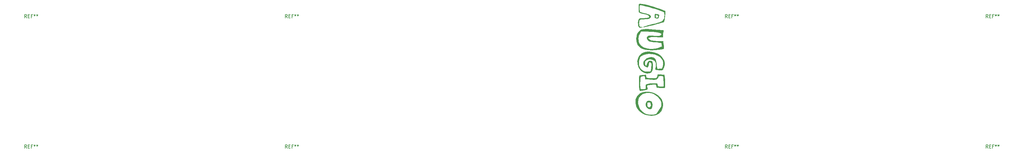
<source format=gbr>
G04 #@! TF.GenerationSoftware,KiCad,Pcbnew,(5.1.4)-1*
G04 #@! TF.CreationDate,2020-04-28T20:07:22-05:00*
G04 #@! TF.ProjectId,augio_switchplate,61756769-6f5f-4737-9769-746368706c61,rev?*
G04 #@! TF.SameCoordinates,Original*
G04 #@! TF.FileFunction,Legend,Top*
G04 #@! TF.FilePolarity,Positive*
%FSLAX46Y46*%
G04 Gerber Fmt 4.6, Leading zero omitted, Abs format (unit mm)*
G04 Created by KiCad (PCBNEW (5.1.4)-1) date 2020-04-28 20:07:22*
%MOMM*%
%LPD*%
G04 APERTURE LIST*
%ADD10C,0.010000*%
%ADD11C,0.150000*%
G04 APERTURE END LIST*
D10*
G36*
X203637523Y-112714954D02*
G01*
X203512840Y-113078204D01*
X203329347Y-113358903D01*
X203187495Y-113436449D01*
X202970178Y-113470238D01*
X202722021Y-113457839D01*
X202505439Y-113403775D01*
X202236772Y-113242672D01*
X202004116Y-112992361D01*
X201840641Y-112690599D01*
X201816940Y-112620001D01*
X201750634Y-112360974D01*
X201734233Y-112155821D01*
X201768030Y-111941510D01*
X201820963Y-111754726D01*
X201976539Y-111434238D01*
X202206318Y-111209702D01*
X202493296Y-111088694D01*
X202640968Y-111084224D01*
X202640968Y-111502670D01*
X202239477Y-111502670D01*
X202210744Y-111709045D01*
X202184803Y-112022747D01*
X202189273Y-112334654D01*
X202220940Y-112610650D01*
X202276590Y-112816620D01*
X202322459Y-112895005D01*
X202496336Y-112999830D01*
X202726478Y-113021060D01*
X202970907Y-112955588D01*
X202993430Y-112944703D01*
X203152891Y-112797546D01*
X203247717Y-112567080D01*
X203274639Y-112281186D01*
X203230385Y-111967746D01*
X203138375Y-111709045D01*
X203079492Y-111596705D01*
X203011166Y-111534955D01*
X202896957Y-111508675D01*
X202700423Y-111502745D01*
X202640968Y-111502670D01*
X202640968Y-111084224D01*
X202820467Y-111078790D01*
X203133005Y-111170145D01*
X203349305Y-111294857D01*
X203495147Y-111466095D01*
X203555523Y-111578486D01*
X203663822Y-111926075D01*
X203689503Y-112317904D01*
X203637523Y-112714954D01*
X203637523Y-112714954D01*
G37*
X203637523Y-112714954D02*
X203512840Y-113078204D01*
X203329347Y-113358903D01*
X203187495Y-113436449D01*
X202970178Y-113470238D01*
X202722021Y-113457839D01*
X202505439Y-113403775D01*
X202236772Y-113242672D01*
X202004116Y-112992361D01*
X201840641Y-112690599D01*
X201816940Y-112620001D01*
X201750634Y-112360974D01*
X201734233Y-112155821D01*
X201768030Y-111941510D01*
X201820963Y-111754726D01*
X201976539Y-111434238D01*
X202206318Y-111209702D01*
X202493296Y-111088694D01*
X202640968Y-111084224D01*
X202640968Y-111502670D01*
X202239477Y-111502670D01*
X202210744Y-111709045D01*
X202184803Y-112022747D01*
X202189273Y-112334654D01*
X202220940Y-112610650D01*
X202276590Y-112816620D01*
X202322459Y-112895005D01*
X202496336Y-112999830D01*
X202726478Y-113021060D01*
X202970907Y-112955588D01*
X202993430Y-112944703D01*
X203152891Y-112797546D01*
X203247717Y-112567080D01*
X203274639Y-112281186D01*
X203230385Y-111967746D01*
X203138375Y-111709045D01*
X203079492Y-111596705D01*
X203011166Y-111534955D01*
X202896957Y-111508675D01*
X202700423Y-111502745D01*
X202640968Y-111502670D01*
X202640968Y-111084224D01*
X202820467Y-111078790D01*
X203133005Y-111170145D01*
X203349305Y-111294857D01*
X203495147Y-111466095D01*
X203555523Y-111578486D01*
X203663822Y-111926075D01*
X203689503Y-112317904D01*
X203637523Y-112714954D01*
G36*
X205640954Y-86151566D02*
G01*
X205590209Y-86337777D01*
X205528244Y-86532935D01*
X205449458Y-86748256D01*
X205380669Y-86871500D01*
X205298188Y-86933041D01*
X205194869Y-86960382D01*
X205007125Y-86964349D01*
X204780330Y-86930768D01*
X204707930Y-86912045D01*
X204422180Y-86827686D01*
X204403895Y-86316203D01*
X204400561Y-86033209D01*
X204416948Y-85852699D01*
X204455962Y-85751277D01*
X204476799Y-85729040D01*
X204581748Y-85704783D01*
X204724461Y-85715144D01*
X204724461Y-85924983D01*
X204664071Y-85994509D01*
X204645600Y-86163639D01*
X204644430Y-86291706D01*
X204651190Y-86513054D01*
X204679609Y-86646453D01*
X204741897Y-86730600D01*
X204795381Y-86770148D01*
X204979454Y-86825514D01*
X205158574Y-86771836D01*
X205298344Y-86623611D01*
X205334957Y-86542747D01*
X205374230Y-86331689D01*
X205312687Y-86176186D01*
X205138870Y-86053836D01*
X205068965Y-86022651D01*
X204851261Y-85939538D01*
X204724461Y-85924983D01*
X204724461Y-85715144D01*
X204763664Y-85717991D01*
X204989184Y-85759837D01*
X205224942Y-85821496D01*
X205437575Y-85894144D01*
X205593719Y-85968954D01*
X205660008Y-86037101D01*
X205660430Y-86042134D01*
X205640954Y-86151566D01*
X205640954Y-86151566D01*
G37*
X205640954Y-86151566D02*
X205590209Y-86337777D01*
X205528244Y-86532935D01*
X205449458Y-86748256D01*
X205380669Y-86871500D01*
X205298188Y-86933041D01*
X205194869Y-86960382D01*
X205007125Y-86964349D01*
X204780330Y-86930768D01*
X204707930Y-86912045D01*
X204422180Y-86827686D01*
X204403895Y-86316203D01*
X204400561Y-86033209D01*
X204416948Y-85852699D01*
X204455962Y-85751277D01*
X204476799Y-85729040D01*
X204581748Y-85704783D01*
X204724461Y-85715144D01*
X204724461Y-85924983D01*
X204664071Y-85994509D01*
X204645600Y-86163639D01*
X204644430Y-86291706D01*
X204651190Y-86513054D01*
X204679609Y-86646453D01*
X204741897Y-86730600D01*
X204795381Y-86770148D01*
X204979454Y-86825514D01*
X205158574Y-86771836D01*
X205298344Y-86623611D01*
X205334957Y-86542747D01*
X205374230Y-86331689D01*
X205312687Y-86176186D01*
X205138870Y-86053836D01*
X205068965Y-86022651D01*
X204851261Y-85939538D01*
X204724461Y-85924983D01*
X204724461Y-85715144D01*
X204763664Y-85717991D01*
X204989184Y-85759837D01*
X205224942Y-85821496D01*
X205437575Y-85894144D01*
X205593719Y-85968954D01*
X205660008Y-86037101D01*
X205660430Y-86042134D01*
X205640954Y-86151566D01*
G36*
X207383479Y-106515431D02*
G01*
X207364621Y-106836349D01*
X207346565Y-106978295D01*
X207300267Y-107248170D01*
X206166597Y-107248170D01*
X205799587Y-107245039D01*
X205478092Y-107236348D01*
X205223055Y-107223144D01*
X205055424Y-107206476D01*
X204996716Y-107189581D01*
X204965089Y-107097722D01*
X204923452Y-106926145D01*
X204897546Y-106799004D01*
X204849213Y-106576422D01*
X204788364Y-106431481D01*
X204689347Y-106347562D01*
X204526508Y-106308046D01*
X204274197Y-106296313D01*
X204120646Y-106295670D01*
X203826072Y-106305736D01*
X203486261Y-106333087D01*
X203132038Y-106373452D01*
X202794225Y-106422561D01*
X202503646Y-106476142D01*
X202291126Y-106529924D01*
X202215555Y-106559641D01*
X202124078Y-106675878D01*
X202116267Y-106885965D01*
X202192118Y-107190694D01*
X202210687Y-107244545D01*
X202265796Y-107437431D01*
X202286377Y-107591302D01*
X202280247Y-107639344D01*
X202203231Y-107709510D01*
X202042880Y-107790488D01*
X201895246Y-107844528D01*
X201706555Y-107892532D01*
X201450405Y-107942424D01*
X201153750Y-107990767D01*
X200843542Y-108034128D01*
X200546733Y-108069070D01*
X200290275Y-108092159D01*
X200101121Y-108099959D01*
X200006223Y-108089034D01*
X200002006Y-108085830D01*
X199948112Y-107961343D01*
X199900103Y-107728759D01*
X199858934Y-107406881D01*
X199825559Y-107014518D01*
X199800935Y-106570474D01*
X199786016Y-106093555D01*
X199781757Y-105602568D01*
X199789113Y-105116318D01*
X199809041Y-104653612D01*
X199819607Y-104494635D01*
X199843317Y-104199375D01*
X199866757Y-103953743D01*
X199887209Y-103783520D01*
X199901848Y-103714585D01*
X199983981Y-103687027D01*
X200167028Y-103652924D01*
X200425298Y-103615788D01*
X200733104Y-103579134D01*
X201064757Y-103546475D01*
X201231305Y-103532756D01*
X201786930Y-103490269D01*
X201786930Y-103669927D01*
X201811633Y-103843661D01*
X201873114Y-104054236D01*
X201894975Y-104110812D01*
X202003020Y-104372040D01*
X202991076Y-104453974D01*
X203570247Y-104494963D01*
X204036451Y-104510307D01*
X204401558Y-104497691D01*
X204677438Y-104454801D01*
X204875963Y-104379323D01*
X205009004Y-104268941D01*
X205088431Y-104121340D01*
X205110131Y-104040792D01*
X205157242Y-103821706D01*
X205202927Y-103618627D01*
X205208008Y-103596920D01*
X205252934Y-103406420D01*
X206121178Y-103427738D01*
X206121178Y-103769801D01*
X205850205Y-103779925D01*
X205792114Y-103786775D01*
X205605391Y-103817802D01*
X205507286Y-103865270D01*
X205460384Y-103961237D01*
X205434857Y-104092841D01*
X205327253Y-104374542D01*
X205122503Y-104616803D01*
X204850191Y-104788462D01*
X204736701Y-104828270D01*
X204530565Y-104871378D01*
X204289447Y-104891743D01*
X203991748Y-104889046D01*
X203615867Y-104862966D01*
X203140205Y-104813186D01*
X203056930Y-104803420D01*
X202716964Y-104766229D01*
X202389240Y-104735870D01*
X202112545Y-104715618D01*
X201934860Y-104708721D01*
X201606539Y-104708170D01*
X201562529Y-104297215D01*
X201521340Y-104019848D01*
X201457183Y-103853566D01*
X201350524Y-103782501D01*
X201181829Y-103790784D01*
X201000137Y-103840375D01*
X200763163Y-103901818D01*
X200535009Y-103939984D01*
X200439874Y-103946170D01*
X200215230Y-103946170D01*
X200150091Y-104819295D01*
X200122822Y-105278703D01*
X200107206Y-105751160D01*
X200102838Y-106214200D01*
X200109316Y-106645357D01*
X200126238Y-107022167D01*
X200153201Y-107322163D01*
X200189801Y-107522881D01*
X200199075Y-107551401D01*
X200260392Y-107686756D01*
X200337790Y-107734268D01*
X200481556Y-107720725D01*
X200507828Y-107715860D01*
X200685290Y-107693932D01*
X200938411Y-107676524D01*
X201215857Y-107667056D01*
X201247180Y-107666628D01*
X201755180Y-107660920D01*
X201758342Y-107089420D01*
X201761120Y-106822049D01*
X201765842Y-106595832D01*
X201771669Y-106446311D01*
X201774217Y-106415162D01*
X201845148Y-106332656D01*
X202026228Y-106252528D01*
X202300608Y-106177577D01*
X202651437Y-106110603D01*
X203061865Y-106054403D01*
X203515043Y-106011777D01*
X203994120Y-105985523D01*
X204405240Y-105978170D01*
X205060056Y-105978170D01*
X205142264Y-106279795D01*
X205193879Y-106488206D01*
X205229119Y-106665599D01*
X205236077Y-106718717D01*
X205251578Y-106783804D01*
X205297478Y-106833078D01*
X205391728Y-106870720D01*
X205552280Y-106900912D01*
X205797089Y-106927833D01*
X206144105Y-106955664D01*
X206302577Y-106967070D01*
X206640004Y-106983611D01*
X206855560Y-106976609D01*
X206952196Y-106945950D01*
X206955189Y-106941982D01*
X206995559Y-106809980D01*
X207023854Y-106586576D01*
X207039161Y-106306877D01*
X207040572Y-106005988D01*
X207027174Y-105719018D01*
X206998058Y-105481071D01*
X206993672Y-105458494D01*
X206953422Y-105196092D01*
X206922235Y-104870702D01*
X206906014Y-104546297D01*
X206905209Y-104499471D01*
X206895380Y-104202410D01*
X206872131Y-104012151D01*
X206832285Y-103908910D01*
X206806467Y-103884539D01*
X206644286Y-103826442D01*
X206400864Y-103786752D01*
X206121178Y-103769801D01*
X206121178Y-103427738D01*
X206202807Y-103429743D01*
X206535548Y-103438880D01*
X206819826Y-103448525D01*
X207033114Y-103457767D01*
X207152882Y-103465698D01*
X207170571Y-103468800D01*
X207184395Y-103534086D01*
X207209491Y-103701474D01*
X207242504Y-103946911D01*
X207280079Y-104246345D01*
X207286900Y-104302727D01*
X207329494Y-104729011D01*
X207361100Y-105192625D01*
X207381067Y-105664368D01*
X207388744Y-106115037D01*
X207383479Y-106515431D01*
X207383479Y-106515431D01*
G37*
X207383479Y-106515431D02*
X207364621Y-106836349D01*
X207346565Y-106978295D01*
X207300267Y-107248170D01*
X206166597Y-107248170D01*
X205799587Y-107245039D01*
X205478092Y-107236348D01*
X205223055Y-107223144D01*
X205055424Y-107206476D01*
X204996716Y-107189581D01*
X204965089Y-107097722D01*
X204923452Y-106926145D01*
X204897546Y-106799004D01*
X204849213Y-106576422D01*
X204788364Y-106431481D01*
X204689347Y-106347562D01*
X204526508Y-106308046D01*
X204274197Y-106296313D01*
X204120646Y-106295670D01*
X203826072Y-106305736D01*
X203486261Y-106333087D01*
X203132038Y-106373452D01*
X202794225Y-106422561D01*
X202503646Y-106476142D01*
X202291126Y-106529924D01*
X202215555Y-106559641D01*
X202124078Y-106675878D01*
X202116267Y-106885965D01*
X202192118Y-107190694D01*
X202210687Y-107244545D01*
X202265796Y-107437431D01*
X202286377Y-107591302D01*
X202280247Y-107639344D01*
X202203231Y-107709510D01*
X202042880Y-107790488D01*
X201895246Y-107844528D01*
X201706555Y-107892532D01*
X201450405Y-107942424D01*
X201153750Y-107990767D01*
X200843542Y-108034128D01*
X200546733Y-108069070D01*
X200290275Y-108092159D01*
X200101121Y-108099959D01*
X200006223Y-108089034D01*
X200002006Y-108085830D01*
X199948112Y-107961343D01*
X199900103Y-107728759D01*
X199858934Y-107406881D01*
X199825559Y-107014518D01*
X199800935Y-106570474D01*
X199786016Y-106093555D01*
X199781757Y-105602568D01*
X199789113Y-105116318D01*
X199809041Y-104653612D01*
X199819607Y-104494635D01*
X199843317Y-104199375D01*
X199866757Y-103953743D01*
X199887209Y-103783520D01*
X199901848Y-103714585D01*
X199983981Y-103687027D01*
X200167028Y-103652924D01*
X200425298Y-103615788D01*
X200733104Y-103579134D01*
X201064757Y-103546475D01*
X201231305Y-103532756D01*
X201786930Y-103490269D01*
X201786930Y-103669927D01*
X201811633Y-103843661D01*
X201873114Y-104054236D01*
X201894975Y-104110812D01*
X202003020Y-104372040D01*
X202991076Y-104453974D01*
X203570247Y-104494963D01*
X204036451Y-104510307D01*
X204401558Y-104497691D01*
X204677438Y-104454801D01*
X204875963Y-104379323D01*
X205009004Y-104268941D01*
X205088431Y-104121340D01*
X205110131Y-104040792D01*
X205157242Y-103821706D01*
X205202927Y-103618627D01*
X205208008Y-103596920D01*
X205252934Y-103406420D01*
X206121178Y-103427738D01*
X206121178Y-103769801D01*
X205850205Y-103779925D01*
X205792114Y-103786775D01*
X205605391Y-103817802D01*
X205507286Y-103865270D01*
X205460384Y-103961237D01*
X205434857Y-104092841D01*
X205327253Y-104374542D01*
X205122503Y-104616803D01*
X204850191Y-104788462D01*
X204736701Y-104828270D01*
X204530565Y-104871378D01*
X204289447Y-104891743D01*
X203991748Y-104889046D01*
X203615867Y-104862966D01*
X203140205Y-104813186D01*
X203056930Y-104803420D01*
X202716964Y-104766229D01*
X202389240Y-104735870D01*
X202112545Y-104715618D01*
X201934860Y-104708721D01*
X201606539Y-104708170D01*
X201562529Y-104297215D01*
X201521340Y-104019848D01*
X201457183Y-103853566D01*
X201350524Y-103782501D01*
X201181829Y-103790784D01*
X201000137Y-103840375D01*
X200763163Y-103901818D01*
X200535009Y-103939984D01*
X200439874Y-103946170D01*
X200215230Y-103946170D01*
X200150091Y-104819295D01*
X200122822Y-105278703D01*
X200107206Y-105751160D01*
X200102838Y-106214200D01*
X200109316Y-106645357D01*
X200126238Y-107022167D01*
X200153201Y-107322163D01*
X200189801Y-107522881D01*
X200199075Y-107551401D01*
X200260392Y-107686756D01*
X200337790Y-107734268D01*
X200481556Y-107720725D01*
X200507828Y-107715860D01*
X200685290Y-107693932D01*
X200938411Y-107676524D01*
X201215857Y-107667056D01*
X201247180Y-107666628D01*
X201755180Y-107660920D01*
X201758342Y-107089420D01*
X201761120Y-106822049D01*
X201765842Y-106595832D01*
X201771669Y-106446311D01*
X201774217Y-106415162D01*
X201845148Y-106332656D01*
X202026228Y-106252528D01*
X202300608Y-106177577D01*
X202651437Y-106110603D01*
X203061865Y-106054403D01*
X203515043Y-106011777D01*
X203994120Y-105985523D01*
X204405240Y-105978170D01*
X205060056Y-105978170D01*
X205142264Y-106279795D01*
X205193879Y-106488206D01*
X205229119Y-106665599D01*
X205236077Y-106718717D01*
X205251578Y-106783804D01*
X205297478Y-106833078D01*
X205391728Y-106870720D01*
X205552280Y-106900912D01*
X205797089Y-106927833D01*
X206144105Y-106955664D01*
X206302577Y-106967070D01*
X206640004Y-106983611D01*
X206855560Y-106976609D01*
X206952196Y-106945950D01*
X206955189Y-106941982D01*
X206995559Y-106809980D01*
X207023854Y-106586576D01*
X207039161Y-106306877D01*
X207040572Y-106005988D01*
X207027174Y-105719018D01*
X206998058Y-105481071D01*
X206993672Y-105458494D01*
X206953422Y-105196092D01*
X206922235Y-104870702D01*
X206906014Y-104546297D01*
X206905209Y-104499471D01*
X206895380Y-104202410D01*
X206872131Y-104012151D01*
X206832285Y-103908910D01*
X206806467Y-103884539D01*
X206644286Y-103826442D01*
X206400864Y-103786752D01*
X206121178Y-103769801D01*
X206121178Y-103427738D01*
X206202807Y-103429743D01*
X206535548Y-103438880D01*
X206819826Y-103448525D01*
X207033114Y-103457767D01*
X207152882Y-103465698D01*
X207170571Y-103468800D01*
X207184395Y-103534086D01*
X207209491Y-103701474D01*
X207242504Y-103946911D01*
X207280079Y-104246345D01*
X207286900Y-104302727D01*
X207329494Y-104729011D01*
X207361100Y-105192625D01*
X207381067Y-105664368D01*
X207388744Y-106115037D01*
X207383479Y-106515431D01*
G36*
X207435133Y-85375973D02*
G01*
X207409314Y-85698219D01*
X207373874Y-86059735D01*
X207331045Y-86438929D01*
X207283060Y-86814211D01*
X207232151Y-87163987D01*
X207180551Y-87466666D01*
X207145340Y-87638410D01*
X207089866Y-87864683D01*
X207038985Y-87996805D01*
X206973229Y-88065329D01*
X206873127Y-88100803D01*
X206846906Y-88106700D01*
X206735507Y-88134188D01*
X206518839Y-88190618D01*
X206214125Y-88271395D01*
X205838586Y-88371922D01*
X205409444Y-88487603D01*
X204943924Y-88613840D01*
X204803180Y-88652148D01*
X204180296Y-88818896D01*
X203572806Y-88975976D01*
X202995147Y-89120049D01*
X202461754Y-89247773D01*
X201987062Y-89355807D01*
X201585507Y-89440811D01*
X201271524Y-89499443D01*
X201059548Y-89528363D01*
X201006285Y-89530862D01*
X200971608Y-89515087D01*
X201043870Y-89472097D01*
X201207132Y-89406776D01*
X201445458Y-89324012D01*
X201742909Y-89228691D01*
X202083549Y-89125699D01*
X202451440Y-89019921D01*
X202830643Y-88916245D01*
X203205223Y-88819555D01*
X203559241Y-88734739D01*
X203718022Y-88699500D01*
X204398541Y-88548003D01*
X204966896Y-88408792D01*
X205436705Y-88276618D01*
X205821590Y-88146231D01*
X206135168Y-88012383D01*
X206391060Y-87869825D01*
X206602884Y-87713308D01*
X206784261Y-87537583D01*
X206811356Y-87507345D01*
X207010623Y-87235747D01*
X207144087Y-86936277D01*
X207218305Y-86583197D01*
X207239834Y-86150771D01*
X207231087Y-85859789D01*
X207203866Y-85497168D01*
X207165479Y-85248850D01*
X207116873Y-85120726D01*
X207111532Y-85114796D01*
X207019315Y-85064150D01*
X206821000Y-84982517D01*
X206532254Y-84874989D01*
X206168747Y-84746659D01*
X205746147Y-84602617D01*
X205280121Y-84447957D01*
X204786340Y-84287771D01*
X204280471Y-84127150D01*
X203778183Y-83971188D01*
X203295145Y-83824976D01*
X202847024Y-83693606D01*
X202449490Y-83582171D01*
X202167930Y-83508153D01*
X201625164Y-83374758D01*
X201138978Y-83261733D01*
X200721367Y-83171476D01*
X200384327Y-83106385D01*
X200139853Y-83068857D01*
X199999939Y-83061292D01*
X199973071Y-83069362D01*
X199955198Y-83148162D01*
X199942054Y-83324727D01*
X199933754Y-83569906D01*
X199930412Y-83854548D01*
X199932142Y-84149502D01*
X199939058Y-84425616D01*
X199951273Y-84653740D01*
X199966340Y-84790712D01*
X200008227Y-84981877D01*
X200075439Y-85095149D01*
X200205503Y-85179046D01*
X200300548Y-85222807D01*
X200469989Y-85283405D01*
X200730277Y-85359329D01*
X201047643Y-85441413D01*
X201388319Y-85520489D01*
X201432019Y-85529954D01*
X201950711Y-85650600D01*
X202359117Y-85767996D01*
X202673596Y-85888434D01*
X202910503Y-86018205D01*
X203086195Y-86163600D01*
X203090180Y-86167734D01*
X203200220Y-86296702D01*
X203229882Y-86396751D01*
X203193772Y-86523264D01*
X203187789Y-86537854D01*
X203094757Y-86722532D01*
X202976137Y-86866216D01*
X202815249Y-86974785D01*
X202595416Y-87054118D01*
X202299956Y-87110097D01*
X201912191Y-87148600D01*
X201415441Y-87175507D01*
X201374180Y-87177188D01*
X200911444Y-87198436D01*
X200558958Y-87224233D01*
X200299978Y-87260536D01*
X200117764Y-87313298D01*
X199995572Y-87388475D01*
X199916661Y-87492022D01*
X199864286Y-87629895D01*
X199840699Y-87722633D01*
X199788282Y-88039108D01*
X199765143Y-88383121D01*
X199771198Y-88713030D01*
X199806363Y-88987193D01*
X199843473Y-89112660D01*
X199989328Y-89344148D01*
X200203344Y-89482492D01*
X200503241Y-89538461D01*
X200546935Y-89540183D01*
X200698223Y-89545559D01*
X200751700Y-89553605D01*
X200699398Y-89568002D01*
X200533348Y-89592430D01*
X200393360Y-89611117D01*
X200149785Y-89640663D01*
X199998497Y-89646910D01*
X199906189Y-89625412D01*
X199839556Y-89571723D01*
X199806571Y-89532793D01*
X199683000Y-89309362D01*
X199587269Y-88999464D01*
X199525403Y-88641744D01*
X199503424Y-88274846D01*
X199527356Y-87937416D01*
X199544117Y-87848920D01*
X199626319Y-87546150D01*
X199722385Y-87292674D01*
X199820282Y-87116571D01*
X199884944Y-87053557D01*
X199985211Y-87030068D01*
X200189352Y-87004514D01*
X200474311Y-86979004D01*
X200817033Y-86955647D01*
X201135585Y-86939106D01*
X201568689Y-86917482D01*
X201895625Y-86894932D01*
X202137211Y-86868838D01*
X202314267Y-86836580D01*
X202447615Y-86795538D01*
X202515542Y-86765489D01*
X202672634Y-86675557D01*
X202771450Y-86596016D01*
X202785043Y-86574581D01*
X202763603Y-86459359D01*
X202665884Y-86301589D01*
X202518235Y-86133530D01*
X202347008Y-85987442D01*
X202260723Y-85932684D01*
X202077480Y-85855099D01*
X201818170Y-85773863D01*
X201532334Y-85704076D01*
X201469430Y-85691496D01*
X200982365Y-85595176D01*
X200604532Y-85511777D01*
X200319399Y-85436527D01*
X200110439Y-85364653D01*
X199961119Y-85291381D01*
X199877335Y-85231808D01*
X199691430Y-85075380D01*
X199691430Y-84195150D01*
X199696329Y-83842194D01*
X199709719Y-83506074D01*
X199729643Y-83221726D01*
X199754146Y-83024082D01*
X199758171Y-83003720D01*
X199805962Y-82817618D01*
X199858061Y-82728789D01*
X199934739Y-82708514D01*
X199964546Y-82711367D01*
X200087360Y-82727024D01*
X200299901Y-82753247D01*
X200565790Y-82785566D01*
X200707430Y-82802623D01*
X201432962Y-82912009D01*
X202204913Y-83072882D01*
X203035412Y-83288669D01*
X203936592Y-83562799D01*
X204920582Y-83898700D01*
X205982899Y-84293411D01*
X206380123Y-84446483D01*
X206737541Y-84585008D01*
X207038157Y-84702335D01*
X207264979Y-84791814D01*
X207401010Y-84846792D01*
X207432538Y-84860778D01*
X207448978Y-84935661D01*
X207449099Y-85114590D01*
X207435133Y-85375973D01*
X207435133Y-85375973D01*
G37*
X207435133Y-85375973D02*
X207409314Y-85698219D01*
X207373874Y-86059735D01*
X207331045Y-86438929D01*
X207283060Y-86814211D01*
X207232151Y-87163987D01*
X207180551Y-87466666D01*
X207145340Y-87638410D01*
X207089866Y-87864683D01*
X207038985Y-87996805D01*
X206973229Y-88065329D01*
X206873127Y-88100803D01*
X206846906Y-88106700D01*
X206735507Y-88134188D01*
X206518839Y-88190618D01*
X206214125Y-88271395D01*
X205838586Y-88371922D01*
X205409444Y-88487603D01*
X204943924Y-88613840D01*
X204803180Y-88652148D01*
X204180296Y-88818896D01*
X203572806Y-88975976D01*
X202995147Y-89120049D01*
X202461754Y-89247773D01*
X201987062Y-89355807D01*
X201585507Y-89440811D01*
X201271524Y-89499443D01*
X201059548Y-89528363D01*
X201006285Y-89530862D01*
X200971608Y-89515087D01*
X201043870Y-89472097D01*
X201207132Y-89406776D01*
X201445458Y-89324012D01*
X201742909Y-89228691D01*
X202083549Y-89125699D01*
X202451440Y-89019921D01*
X202830643Y-88916245D01*
X203205223Y-88819555D01*
X203559241Y-88734739D01*
X203718022Y-88699500D01*
X204398541Y-88548003D01*
X204966896Y-88408792D01*
X205436705Y-88276618D01*
X205821590Y-88146231D01*
X206135168Y-88012383D01*
X206391060Y-87869825D01*
X206602884Y-87713308D01*
X206784261Y-87537583D01*
X206811356Y-87507345D01*
X207010623Y-87235747D01*
X207144087Y-86936277D01*
X207218305Y-86583197D01*
X207239834Y-86150771D01*
X207231087Y-85859789D01*
X207203866Y-85497168D01*
X207165479Y-85248850D01*
X207116873Y-85120726D01*
X207111532Y-85114796D01*
X207019315Y-85064150D01*
X206821000Y-84982517D01*
X206532254Y-84874989D01*
X206168747Y-84746659D01*
X205746147Y-84602617D01*
X205280121Y-84447957D01*
X204786340Y-84287771D01*
X204280471Y-84127150D01*
X203778183Y-83971188D01*
X203295145Y-83824976D01*
X202847024Y-83693606D01*
X202449490Y-83582171D01*
X202167930Y-83508153D01*
X201625164Y-83374758D01*
X201138978Y-83261733D01*
X200721367Y-83171476D01*
X200384327Y-83106385D01*
X200139853Y-83068857D01*
X199999939Y-83061292D01*
X199973071Y-83069362D01*
X199955198Y-83148162D01*
X199942054Y-83324727D01*
X199933754Y-83569906D01*
X199930412Y-83854548D01*
X199932142Y-84149502D01*
X199939058Y-84425616D01*
X199951273Y-84653740D01*
X199966340Y-84790712D01*
X200008227Y-84981877D01*
X200075439Y-85095149D01*
X200205503Y-85179046D01*
X200300548Y-85222807D01*
X200469989Y-85283405D01*
X200730277Y-85359329D01*
X201047643Y-85441413D01*
X201388319Y-85520489D01*
X201432019Y-85529954D01*
X201950711Y-85650600D01*
X202359117Y-85767996D01*
X202673596Y-85888434D01*
X202910503Y-86018205D01*
X203086195Y-86163600D01*
X203090180Y-86167734D01*
X203200220Y-86296702D01*
X203229882Y-86396751D01*
X203193772Y-86523264D01*
X203187789Y-86537854D01*
X203094757Y-86722532D01*
X202976137Y-86866216D01*
X202815249Y-86974785D01*
X202595416Y-87054118D01*
X202299956Y-87110097D01*
X201912191Y-87148600D01*
X201415441Y-87175507D01*
X201374180Y-87177188D01*
X200911444Y-87198436D01*
X200558958Y-87224233D01*
X200299978Y-87260536D01*
X200117764Y-87313298D01*
X199995572Y-87388475D01*
X199916661Y-87492022D01*
X199864286Y-87629895D01*
X199840699Y-87722633D01*
X199788282Y-88039108D01*
X199765143Y-88383121D01*
X199771198Y-88713030D01*
X199806363Y-88987193D01*
X199843473Y-89112660D01*
X199989328Y-89344148D01*
X200203344Y-89482492D01*
X200503241Y-89538461D01*
X200546935Y-89540183D01*
X200698223Y-89545559D01*
X200751700Y-89553605D01*
X200699398Y-89568002D01*
X200533348Y-89592430D01*
X200393360Y-89611117D01*
X200149785Y-89640663D01*
X199998497Y-89646910D01*
X199906189Y-89625412D01*
X199839556Y-89571723D01*
X199806571Y-89532793D01*
X199683000Y-89309362D01*
X199587269Y-88999464D01*
X199525403Y-88641744D01*
X199503424Y-88274846D01*
X199527356Y-87937416D01*
X199544117Y-87848920D01*
X199626319Y-87546150D01*
X199722385Y-87292674D01*
X199820282Y-87116571D01*
X199884944Y-87053557D01*
X199985211Y-87030068D01*
X200189352Y-87004514D01*
X200474311Y-86979004D01*
X200817033Y-86955647D01*
X201135585Y-86939106D01*
X201568689Y-86917482D01*
X201895625Y-86894932D01*
X202137211Y-86868838D01*
X202314267Y-86836580D01*
X202447615Y-86795538D01*
X202515542Y-86765489D01*
X202672634Y-86675557D01*
X202771450Y-86596016D01*
X202785043Y-86574581D01*
X202763603Y-86459359D01*
X202665884Y-86301589D01*
X202518235Y-86133530D01*
X202347008Y-85987442D01*
X202260723Y-85932684D01*
X202077480Y-85855099D01*
X201818170Y-85773863D01*
X201532334Y-85704076D01*
X201469430Y-85691496D01*
X200982365Y-85595176D01*
X200604532Y-85511777D01*
X200319399Y-85436527D01*
X200110439Y-85364653D01*
X199961119Y-85291381D01*
X199877335Y-85231808D01*
X199691430Y-85075380D01*
X199691430Y-84195150D01*
X199696329Y-83842194D01*
X199709719Y-83506074D01*
X199729643Y-83221726D01*
X199754146Y-83024082D01*
X199758171Y-83003720D01*
X199805962Y-82817618D01*
X199858061Y-82728789D01*
X199934739Y-82708514D01*
X199964546Y-82711367D01*
X200087360Y-82727024D01*
X200299901Y-82753247D01*
X200565790Y-82785566D01*
X200707430Y-82802623D01*
X201432962Y-82912009D01*
X202204913Y-83072882D01*
X203035412Y-83288669D01*
X203936592Y-83562799D01*
X204920582Y-83898700D01*
X205982899Y-84293411D01*
X206380123Y-84446483D01*
X206737541Y-84585008D01*
X207038157Y-84702335D01*
X207264979Y-84791814D01*
X207401010Y-84846792D01*
X207432538Y-84860778D01*
X207448978Y-84935661D01*
X207449099Y-85114590D01*
X207435133Y-85375973D01*
G36*
X207249810Y-100627996D02*
G01*
X207098929Y-101197040D01*
X206955354Y-101521725D01*
X206825821Y-101777945D01*
X206725036Y-101956194D01*
X206627260Y-102068794D01*
X206506754Y-102128066D01*
X206337780Y-102146332D01*
X206094600Y-102135913D01*
X205751475Y-102109129D01*
X205731499Y-102107602D01*
X205261114Y-102060330D01*
X204903920Y-101999218D01*
X204663484Y-101925282D01*
X204543370Y-101839535D01*
X204534785Y-101767002D01*
X204655518Y-101415407D01*
X204728400Y-101129911D01*
X204761934Y-100862799D01*
X204764621Y-100566358D01*
X204761916Y-100492430D01*
X204743504Y-100207798D01*
X204709273Y-100004264D01*
X204647487Y-99835989D01*
X204549180Y-99661577D01*
X204293225Y-99361818D01*
X203960553Y-99136385D01*
X203574930Y-98986684D01*
X203160122Y-98914119D01*
X202739896Y-98920096D01*
X202338018Y-99006018D01*
X201978255Y-99173293D01*
X201684372Y-99423323D01*
X201631293Y-99489077D01*
X201522532Y-99722967D01*
X201476955Y-100020387D01*
X201496243Y-100333751D01*
X201582077Y-100615475D01*
X201590876Y-100633283D01*
X201678649Y-100789611D01*
X201747517Y-100884728D01*
X201767346Y-100898170D01*
X201881230Y-100837141D01*
X202005659Y-100661530D01*
X202133719Y-100382546D01*
X202201541Y-100194083D01*
X202339375Y-99839640D01*
X202487365Y-99597212D01*
X202662252Y-99451987D01*
X202880779Y-99389150D01*
X203111138Y-99389268D01*
X203331656Y-99420813D01*
X203483256Y-99488380D01*
X203591217Y-99616900D01*
X203680819Y-99831303D01*
X203733941Y-100003470D01*
X203793560Y-100327121D01*
X203816733Y-100730287D01*
X203805564Y-101171476D01*
X203762158Y-101609194D01*
X203688621Y-102001948D01*
X203621192Y-102225635D01*
X203500797Y-102499671D01*
X203360673Y-102690234D01*
X203169775Y-102823473D01*
X202897058Y-102925536D01*
X202739541Y-102968217D01*
X202202461Y-103042553D01*
X201678876Y-102997334D01*
X201180238Y-102839989D01*
X200718000Y-102577944D01*
X200303615Y-102218630D01*
X199948536Y-101769474D01*
X199664215Y-101237904D01*
X199534555Y-100889452D01*
X199424846Y-100453506D01*
X199358129Y-99993310D01*
X199338807Y-99554881D01*
X199371282Y-99184237D01*
X199371388Y-99183670D01*
X199542290Y-98576861D01*
X199811039Y-98048292D01*
X200172591Y-97601756D01*
X200621901Y-97241045D01*
X201153926Y-96969952D01*
X201763620Y-96792269D01*
X202445939Y-96711791D01*
X202665070Y-96707170D01*
X202739305Y-96712465D01*
X202739305Y-97330593D01*
X202024318Y-97394634D01*
X201361057Y-97542045D01*
X200771461Y-97768969D01*
X200594283Y-97862071D01*
X200381900Y-98000450D01*
X200231050Y-98154935D01*
X200097286Y-98373494D01*
X200068479Y-98429496D01*
X199829098Y-99038814D01*
X199710740Y-99671462D01*
X199715589Y-100312407D01*
X199755416Y-100583232D01*
X199913400Y-101114752D01*
X200168664Y-101589473D01*
X200508498Y-101990321D01*
X200920193Y-102300229D01*
X201105302Y-102396351D01*
X201315783Y-102485198D01*
X201501447Y-102539500D01*
X201707270Y-102567422D01*
X201978229Y-102577129D01*
X202104430Y-102577740D01*
X202402787Y-102569669D01*
X202683736Y-102547893D01*
X202901826Y-102516440D01*
X202962498Y-102501690D01*
X203217316Y-102425383D01*
X203327695Y-101709401D01*
X203391180Y-101231242D01*
X203426615Y-100811723D01*
X203433700Y-100466892D01*
X203412133Y-100212798D01*
X203361615Y-100065491D01*
X203358555Y-100061505D01*
X203251122Y-99964580D01*
X203091997Y-99856868D01*
X203068091Y-99842994D01*
X202927290Y-99769447D01*
X202849695Y-99760545D01*
X202789859Y-99815172D01*
X202774429Y-99835790D01*
X202725590Y-99947747D01*
X202667250Y-100148348D01*
X202609633Y-100400778D01*
X202591576Y-100494300D01*
X202515868Y-100846040D01*
X202429476Y-101080765D01*
X202315704Y-101208316D01*
X202157858Y-101238537D01*
X201939241Y-101181268D01*
X201649629Y-101049590D01*
X201338854Y-100836390D01*
X201134256Y-100567350D01*
X201042137Y-100256083D01*
X201068797Y-99916202D01*
X201090417Y-99841418D01*
X201290166Y-99422320D01*
X201586382Y-99057646D01*
X201957867Y-98757076D01*
X202383426Y-98530290D01*
X202841861Y-98386970D01*
X203311976Y-98336796D01*
X203772574Y-98389447D01*
X204060513Y-98484990D01*
X204247400Y-98585569D01*
X204402174Y-98719480D01*
X204530195Y-98900820D01*
X204636819Y-99143691D01*
X204727407Y-99462191D01*
X204807315Y-99870421D01*
X204881902Y-100382481D01*
X204929316Y-100771170D01*
X204977400Y-101157559D01*
X205024967Y-101434017D01*
X205082057Y-101617174D01*
X205158707Y-101723658D01*
X205264954Y-101770100D01*
X205410836Y-101773129D01*
X205526418Y-101760390D01*
X205765782Y-101738017D01*
X206039515Y-101725008D01*
X206138791Y-101723670D01*
X206472425Y-101723670D01*
X206650478Y-101295045D01*
X206734601Y-101076232D01*
X206787808Y-100882215D01*
X206817130Y-100670543D01*
X206829594Y-100398764D01*
X206831855Y-100199670D01*
X206830312Y-99887709D01*
X206817685Y-99664863D01*
X206787505Y-99493326D01*
X206733299Y-99335298D01*
X206654865Y-99165709D01*
X206368380Y-98721149D01*
X205975607Y-98323443D01*
X205491308Y-97981027D01*
X204930245Y-97702337D01*
X204307179Y-97495807D01*
X203636871Y-97369874D01*
X203484078Y-97353781D01*
X202739305Y-97330593D01*
X202739305Y-96712465D01*
X203471862Y-96764720D01*
X204243953Y-96933624D01*
X204968751Y-97208262D01*
X205633665Y-97583013D01*
X206226103Y-98052256D01*
X206625377Y-98474921D01*
X206963455Y-98974193D01*
X207180961Y-99506307D01*
X207276783Y-100060997D01*
X207249810Y-100627996D01*
X207249810Y-100627996D01*
G37*
X207249810Y-100627996D02*
X207098929Y-101197040D01*
X206955354Y-101521725D01*
X206825821Y-101777945D01*
X206725036Y-101956194D01*
X206627260Y-102068794D01*
X206506754Y-102128066D01*
X206337780Y-102146332D01*
X206094600Y-102135913D01*
X205751475Y-102109129D01*
X205731499Y-102107602D01*
X205261114Y-102060330D01*
X204903920Y-101999218D01*
X204663484Y-101925282D01*
X204543370Y-101839535D01*
X204534785Y-101767002D01*
X204655518Y-101415407D01*
X204728400Y-101129911D01*
X204761934Y-100862799D01*
X204764621Y-100566358D01*
X204761916Y-100492430D01*
X204743504Y-100207798D01*
X204709273Y-100004264D01*
X204647487Y-99835989D01*
X204549180Y-99661577D01*
X204293225Y-99361818D01*
X203960553Y-99136385D01*
X203574930Y-98986684D01*
X203160122Y-98914119D01*
X202739896Y-98920096D01*
X202338018Y-99006018D01*
X201978255Y-99173293D01*
X201684372Y-99423323D01*
X201631293Y-99489077D01*
X201522532Y-99722967D01*
X201476955Y-100020387D01*
X201496243Y-100333751D01*
X201582077Y-100615475D01*
X201590876Y-100633283D01*
X201678649Y-100789611D01*
X201747517Y-100884728D01*
X201767346Y-100898170D01*
X201881230Y-100837141D01*
X202005659Y-100661530D01*
X202133719Y-100382546D01*
X202201541Y-100194083D01*
X202339375Y-99839640D01*
X202487365Y-99597212D01*
X202662252Y-99451987D01*
X202880779Y-99389150D01*
X203111138Y-99389268D01*
X203331656Y-99420813D01*
X203483256Y-99488380D01*
X203591217Y-99616900D01*
X203680819Y-99831303D01*
X203733941Y-100003470D01*
X203793560Y-100327121D01*
X203816733Y-100730287D01*
X203805564Y-101171476D01*
X203762158Y-101609194D01*
X203688621Y-102001948D01*
X203621192Y-102225635D01*
X203500797Y-102499671D01*
X203360673Y-102690234D01*
X203169775Y-102823473D01*
X202897058Y-102925536D01*
X202739541Y-102968217D01*
X202202461Y-103042553D01*
X201678876Y-102997334D01*
X201180238Y-102839989D01*
X200718000Y-102577944D01*
X200303615Y-102218630D01*
X199948536Y-101769474D01*
X199664215Y-101237904D01*
X199534555Y-100889452D01*
X199424846Y-100453506D01*
X199358129Y-99993310D01*
X199338807Y-99554881D01*
X199371282Y-99184237D01*
X199371388Y-99183670D01*
X199542290Y-98576861D01*
X199811039Y-98048292D01*
X200172591Y-97601756D01*
X200621901Y-97241045D01*
X201153926Y-96969952D01*
X201763620Y-96792269D01*
X202445939Y-96711791D01*
X202665070Y-96707170D01*
X202739305Y-96712465D01*
X202739305Y-97330593D01*
X202024318Y-97394634D01*
X201361057Y-97542045D01*
X200771461Y-97768969D01*
X200594283Y-97862071D01*
X200381900Y-98000450D01*
X200231050Y-98154935D01*
X200097286Y-98373494D01*
X200068479Y-98429496D01*
X199829098Y-99038814D01*
X199710740Y-99671462D01*
X199715589Y-100312407D01*
X199755416Y-100583232D01*
X199913400Y-101114752D01*
X200168664Y-101589473D01*
X200508498Y-101990321D01*
X200920193Y-102300229D01*
X201105302Y-102396351D01*
X201315783Y-102485198D01*
X201501447Y-102539500D01*
X201707270Y-102567422D01*
X201978229Y-102577129D01*
X202104430Y-102577740D01*
X202402787Y-102569669D01*
X202683736Y-102547893D01*
X202901826Y-102516440D01*
X202962498Y-102501690D01*
X203217316Y-102425383D01*
X203327695Y-101709401D01*
X203391180Y-101231242D01*
X203426615Y-100811723D01*
X203433700Y-100466892D01*
X203412133Y-100212798D01*
X203361615Y-100065491D01*
X203358555Y-100061505D01*
X203251122Y-99964580D01*
X203091997Y-99856868D01*
X203068091Y-99842994D01*
X202927290Y-99769447D01*
X202849695Y-99760545D01*
X202789859Y-99815172D01*
X202774429Y-99835790D01*
X202725590Y-99947747D01*
X202667250Y-100148348D01*
X202609633Y-100400778D01*
X202591576Y-100494300D01*
X202515868Y-100846040D01*
X202429476Y-101080765D01*
X202315704Y-101208316D01*
X202157858Y-101238537D01*
X201939241Y-101181268D01*
X201649629Y-101049590D01*
X201338854Y-100836390D01*
X201134256Y-100567350D01*
X201042137Y-100256083D01*
X201068797Y-99916202D01*
X201090417Y-99841418D01*
X201290166Y-99422320D01*
X201586382Y-99057646D01*
X201957867Y-98757076D01*
X202383426Y-98530290D01*
X202841861Y-98386970D01*
X203311976Y-98336796D01*
X203772574Y-98389447D01*
X204060513Y-98484990D01*
X204247400Y-98585569D01*
X204402174Y-98719480D01*
X204530195Y-98900820D01*
X204636819Y-99143691D01*
X204727407Y-99462191D01*
X204807315Y-99870421D01*
X204881902Y-100382481D01*
X204929316Y-100771170D01*
X204977400Y-101157559D01*
X205024967Y-101434017D01*
X205082057Y-101617174D01*
X205158707Y-101723658D01*
X205264954Y-101770100D01*
X205410836Y-101773129D01*
X205526418Y-101760390D01*
X205765782Y-101738017D01*
X206039515Y-101725008D01*
X206138791Y-101723670D01*
X206472425Y-101723670D01*
X206650478Y-101295045D01*
X206734601Y-101076232D01*
X206787808Y-100882215D01*
X206817130Y-100670543D01*
X206829594Y-100398764D01*
X206831855Y-100199670D01*
X206830312Y-99887709D01*
X206817685Y-99664863D01*
X206787505Y-99493326D01*
X206733299Y-99335298D01*
X206654865Y-99165709D01*
X206368380Y-98721149D01*
X205975607Y-98323443D01*
X205491308Y-97981027D01*
X204930245Y-97702337D01*
X204307179Y-97495807D01*
X203636871Y-97369874D01*
X203484078Y-97353781D01*
X202739305Y-97330593D01*
X202739305Y-96712465D01*
X203471862Y-96764720D01*
X204243953Y-96933624D01*
X204968751Y-97208262D01*
X205633665Y-97583013D01*
X206226103Y-98052256D01*
X206625377Y-98474921D01*
X206963455Y-98974193D01*
X207180961Y-99506307D01*
X207276783Y-100060997D01*
X207249810Y-100627996D01*
G36*
X207019952Y-95604478D02*
G01*
X206985118Y-95773848D01*
X206921483Y-95858458D01*
X206791694Y-95900259D01*
X206749693Y-95908028D01*
X205539787Y-96094917D01*
X204434188Y-96209605D01*
X203432725Y-96252097D01*
X202535229Y-96222397D01*
X201741528Y-96120509D01*
X201373980Y-96040073D01*
X200787568Y-95840963D01*
X200265935Y-95563226D01*
X199824489Y-95218209D01*
X199478635Y-94817257D01*
X199304961Y-94516420D01*
X199127456Y-94019702D01*
X199025744Y-93468807D01*
X199007491Y-92916737D01*
X199034068Y-92643170D01*
X199097756Y-92243721D01*
X199160745Y-91937064D01*
X199236822Y-91689820D01*
X199339772Y-91468610D01*
X199483383Y-91240053D01*
X199681439Y-90970772D01*
X199774882Y-90849483D01*
X199944233Y-90636541D01*
X200088988Y-90480612D01*
X200234598Y-90370141D01*
X200340583Y-90322938D01*
X200340583Y-90801670D01*
X200087396Y-91293795D01*
X199850915Y-91803082D01*
X199679733Y-92278584D01*
X199604335Y-92579670D01*
X199583530Y-92801637D01*
X199585125Y-93094312D01*
X199605690Y-93414826D01*
X199641793Y-93720311D01*
X199690004Y-93967900D01*
X199723778Y-94071920D01*
X199982674Y-94526310D01*
X200343806Y-94934970D01*
X200642488Y-95177012D01*
X201179897Y-95497038D01*
X201758304Y-95726913D01*
X202394383Y-95870803D01*
X203104805Y-95932876D01*
X203655011Y-95929886D01*
X204353504Y-95877162D01*
X204970157Y-95769654D01*
X205541389Y-95598877D01*
X206091671Y-95362230D01*
X206337196Y-95240024D01*
X206485333Y-95157393D01*
X206553007Y-95098582D01*
X206557143Y-95047834D01*
X206514667Y-94989394D01*
X206504421Y-94977994D01*
X206424622Y-94828449D01*
X206402219Y-94602492D01*
X206403782Y-94548034D01*
X206404565Y-94359981D01*
X206374083Y-94256662D01*
X206294649Y-94196538D01*
X206245032Y-94175209D01*
X206026551Y-94102732D01*
X205757134Y-94042589D01*
X205416645Y-93991633D01*
X204984945Y-93946715D01*
X204573535Y-93913961D01*
X204041698Y-93871116D01*
X203616775Y-93825599D01*
X203278685Y-93773656D01*
X203007347Y-93711533D01*
X202782679Y-93635477D01*
X202585973Y-93542479D01*
X202314314Y-93340636D01*
X202142949Y-93095896D01*
X202076292Y-92829209D01*
X202118757Y-92561524D01*
X202274757Y-92313789D01*
X202317949Y-92270373D01*
X202472310Y-92160238D01*
X202673941Y-92084187D01*
X202938333Y-92040762D01*
X203280981Y-92028502D01*
X203717377Y-92045948D01*
X204239476Y-92089344D01*
X204758556Y-92133353D01*
X205170925Y-92152344D01*
X205494606Y-92145168D01*
X205747626Y-92110676D01*
X205948010Y-92047719D01*
X206089758Y-91971397D01*
X206220652Y-91845651D01*
X206321222Y-91679847D01*
X206372086Y-91516731D01*
X206353866Y-91399048D01*
X206350945Y-91395305D01*
X206263834Y-91345436D01*
X206087568Y-91279068D01*
X205856607Y-91208821D01*
X205800726Y-91193797D01*
X205200563Y-91057694D01*
X204547803Y-90952211D01*
X203826163Y-90875798D01*
X203019365Y-90826904D01*
X202111127Y-90803981D01*
X201682882Y-90801723D01*
X200340583Y-90801670D01*
X200340583Y-90322938D01*
X200406517Y-90293572D01*
X200630197Y-90239350D01*
X200931090Y-90195919D01*
X201304934Y-90154833D01*
X201558625Y-90132861D01*
X201823547Y-90120440D01*
X202114846Y-90118298D01*
X202447668Y-90127162D01*
X202837161Y-90147760D01*
X203298472Y-90180822D01*
X203846746Y-90227075D01*
X204497131Y-90287248D01*
X204930180Y-90329113D01*
X205319877Y-90362995D01*
X205706424Y-90389154D01*
X206053845Y-90405656D01*
X206326164Y-90410565D01*
X206409484Y-90408704D01*
X206648836Y-90401070D01*
X206790734Y-90408653D01*
X206864494Y-90439024D01*
X206899433Y-90499754D01*
X206910044Y-90537978D01*
X206914935Y-90671499D01*
X206893093Y-90884420D01*
X206849188Y-91133084D01*
X206843616Y-91158908D01*
X206789805Y-91463143D01*
X206752322Y-91788441D01*
X206739931Y-92036670D01*
X206739930Y-92442561D01*
X206330612Y-92486395D01*
X206077977Y-92497145D01*
X205723173Y-92488549D01*
X205289390Y-92461607D01*
X204852161Y-92422653D01*
X204420252Y-92381816D01*
X204088321Y-92357623D01*
X203830517Y-92349484D01*
X203620994Y-92356807D01*
X203433902Y-92379002D01*
X203375807Y-92388920D01*
X203118740Y-92450399D01*
X202850373Y-92538150D01*
X202612947Y-92636254D01*
X202448704Y-92728794D01*
X202426972Y-92746475D01*
X202442875Y-92807387D01*
X202536402Y-92915923D01*
X202680950Y-93047143D01*
X202849914Y-93176106D01*
X202961680Y-93247753D01*
X203178012Y-93359632D01*
X203412485Y-93448597D01*
X203683525Y-93517670D01*
X204009554Y-93569870D01*
X204408997Y-93608218D01*
X204900276Y-93635735D01*
X205438180Y-93653790D01*
X206835180Y-93690920D01*
X206876634Y-94135420D01*
X206910204Y-94436321D01*
X206954169Y-94754960D01*
X206988144Y-94960920D01*
X207020764Y-95219525D01*
X207029242Y-95474118D01*
X207019952Y-95604478D01*
X207019952Y-95604478D01*
G37*
X207019952Y-95604478D02*
X206985118Y-95773848D01*
X206921483Y-95858458D01*
X206791694Y-95900259D01*
X206749693Y-95908028D01*
X205539787Y-96094917D01*
X204434188Y-96209605D01*
X203432725Y-96252097D01*
X202535229Y-96222397D01*
X201741528Y-96120509D01*
X201373980Y-96040073D01*
X200787568Y-95840963D01*
X200265935Y-95563226D01*
X199824489Y-95218209D01*
X199478635Y-94817257D01*
X199304961Y-94516420D01*
X199127456Y-94019702D01*
X199025744Y-93468807D01*
X199007491Y-92916737D01*
X199034068Y-92643170D01*
X199097756Y-92243721D01*
X199160745Y-91937064D01*
X199236822Y-91689820D01*
X199339772Y-91468610D01*
X199483383Y-91240053D01*
X199681439Y-90970772D01*
X199774882Y-90849483D01*
X199944233Y-90636541D01*
X200088988Y-90480612D01*
X200234598Y-90370141D01*
X200340583Y-90322938D01*
X200340583Y-90801670D01*
X200087396Y-91293795D01*
X199850915Y-91803082D01*
X199679733Y-92278584D01*
X199604335Y-92579670D01*
X199583530Y-92801637D01*
X199585125Y-93094312D01*
X199605690Y-93414826D01*
X199641793Y-93720311D01*
X199690004Y-93967900D01*
X199723778Y-94071920D01*
X199982674Y-94526310D01*
X200343806Y-94934970D01*
X200642488Y-95177012D01*
X201179897Y-95497038D01*
X201758304Y-95726913D01*
X202394383Y-95870803D01*
X203104805Y-95932876D01*
X203655011Y-95929886D01*
X204353504Y-95877162D01*
X204970157Y-95769654D01*
X205541389Y-95598877D01*
X206091671Y-95362230D01*
X206337196Y-95240024D01*
X206485333Y-95157393D01*
X206553007Y-95098582D01*
X206557143Y-95047834D01*
X206514667Y-94989394D01*
X206504421Y-94977994D01*
X206424622Y-94828449D01*
X206402219Y-94602492D01*
X206403782Y-94548034D01*
X206404565Y-94359981D01*
X206374083Y-94256662D01*
X206294649Y-94196538D01*
X206245032Y-94175209D01*
X206026551Y-94102732D01*
X205757134Y-94042589D01*
X205416645Y-93991633D01*
X204984945Y-93946715D01*
X204573535Y-93913961D01*
X204041698Y-93871116D01*
X203616775Y-93825599D01*
X203278685Y-93773656D01*
X203007347Y-93711533D01*
X202782679Y-93635477D01*
X202585973Y-93542479D01*
X202314314Y-93340636D01*
X202142949Y-93095896D01*
X202076292Y-92829209D01*
X202118757Y-92561524D01*
X202274757Y-92313789D01*
X202317949Y-92270373D01*
X202472310Y-92160238D01*
X202673941Y-92084187D01*
X202938333Y-92040762D01*
X203280981Y-92028502D01*
X203717377Y-92045948D01*
X204239476Y-92089344D01*
X204758556Y-92133353D01*
X205170925Y-92152344D01*
X205494606Y-92145168D01*
X205747626Y-92110676D01*
X205948010Y-92047719D01*
X206089758Y-91971397D01*
X206220652Y-91845651D01*
X206321222Y-91679847D01*
X206372086Y-91516731D01*
X206353866Y-91399048D01*
X206350945Y-91395305D01*
X206263834Y-91345436D01*
X206087568Y-91279068D01*
X205856607Y-91208821D01*
X205800726Y-91193797D01*
X205200563Y-91057694D01*
X204547803Y-90952211D01*
X203826163Y-90875798D01*
X203019365Y-90826904D01*
X202111127Y-90803981D01*
X201682882Y-90801723D01*
X200340583Y-90801670D01*
X200340583Y-90322938D01*
X200406517Y-90293572D01*
X200630197Y-90239350D01*
X200931090Y-90195919D01*
X201304934Y-90154833D01*
X201558625Y-90132861D01*
X201823547Y-90120440D01*
X202114846Y-90118298D01*
X202447668Y-90127162D01*
X202837161Y-90147760D01*
X203298472Y-90180822D01*
X203846746Y-90227075D01*
X204497131Y-90287248D01*
X204930180Y-90329113D01*
X205319877Y-90362995D01*
X205706424Y-90389154D01*
X206053845Y-90405656D01*
X206326164Y-90410565D01*
X206409484Y-90408704D01*
X206648836Y-90401070D01*
X206790734Y-90408653D01*
X206864494Y-90439024D01*
X206899433Y-90499754D01*
X206910044Y-90537978D01*
X206914935Y-90671499D01*
X206893093Y-90884420D01*
X206849188Y-91133084D01*
X206843616Y-91158908D01*
X206789805Y-91463143D01*
X206752322Y-91788441D01*
X206739931Y-92036670D01*
X206739930Y-92442561D01*
X206330612Y-92486395D01*
X206077977Y-92497145D01*
X205723173Y-92488549D01*
X205289390Y-92461607D01*
X204852161Y-92422653D01*
X204420252Y-92381816D01*
X204088321Y-92357623D01*
X203830517Y-92349484D01*
X203620994Y-92356807D01*
X203433902Y-92379002D01*
X203375807Y-92388920D01*
X203118740Y-92450399D01*
X202850373Y-92538150D01*
X202612947Y-92636254D01*
X202448704Y-92728794D01*
X202426972Y-92746475D01*
X202442875Y-92807387D01*
X202536402Y-92915923D01*
X202680950Y-93047143D01*
X202849914Y-93176106D01*
X202961680Y-93247753D01*
X203178012Y-93359632D01*
X203412485Y-93448597D01*
X203683525Y-93517670D01*
X204009554Y-93569870D01*
X204408997Y-93608218D01*
X204900276Y-93635735D01*
X205438180Y-93653790D01*
X206835180Y-93690920D01*
X206876634Y-94135420D01*
X206910204Y-94436321D01*
X206954169Y-94754960D01*
X206988144Y-94960920D01*
X207020764Y-95219525D01*
X207029242Y-95474118D01*
X207019952Y-95604478D01*
G36*
X206679764Y-113020553D02*
G01*
X206538205Y-113563107D01*
X206339033Y-113996423D01*
X206023523Y-114413975D01*
X205620098Y-114756141D01*
X205143025Y-115022954D01*
X204606573Y-115214447D01*
X204025007Y-115330652D01*
X203412596Y-115371602D01*
X202783606Y-115337329D01*
X202152305Y-115227866D01*
X201532961Y-115043244D01*
X200939840Y-114783497D01*
X200387209Y-114448657D01*
X199889337Y-114038757D01*
X199831040Y-113981619D01*
X199407125Y-113475072D01*
X199083636Y-112911788D01*
X198865917Y-112309261D01*
X198759312Y-111684982D01*
X198769163Y-111056445D01*
X198829192Y-110701855D01*
X199017827Y-110148320D01*
X199311743Y-109659516D01*
X199702860Y-109242916D01*
X200183099Y-108905995D01*
X200744380Y-108656225D01*
X201165822Y-108540487D01*
X201581011Y-108483760D01*
X202070915Y-108467117D01*
X202590416Y-108488583D01*
X202667606Y-108497405D01*
X202667606Y-108726357D01*
X202002288Y-108736901D01*
X201399106Y-108852860D01*
X200864962Y-109065821D01*
X200406763Y-109367373D01*
X200031411Y-109749102D01*
X199745813Y-110202597D01*
X199556873Y-110719446D01*
X199471495Y-111291235D01*
X199496584Y-111909552D01*
X199607099Y-112455170D01*
X199808312Y-112993142D01*
X200103446Y-113514452D01*
X200471873Y-113993319D01*
X200892966Y-114403963D01*
X201346094Y-114720603D01*
X201473534Y-114787750D01*
X201912423Y-114975076D01*
X202344946Y-115097101D01*
X202809152Y-115160846D01*
X203343088Y-115173327D01*
X203533180Y-115167709D01*
X204035533Y-115135693D01*
X204423652Y-115082099D01*
X204708988Y-115003593D01*
X204902990Y-114896842D01*
X205017108Y-114758512D01*
X205029180Y-114732116D01*
X205093921Y-114608530D01*
X205215333Y-114405266D01*
X205377973Y-114147184D01*
X205566398Y-113859144D01*
X205636541Y-113754427D01*
X205889681Y-113373750D01*
X206077735Y-113073907D01*
X206210159Y-112832911D01*
X206296409Y-112628774D01*
X206345941Y-112439506D01*
X206368210Y-112243121D01*
X206372758Y-112042420D01*
X206328153Y-111547353D01*
X206190315Y-111089026D01*
X205950666Y-110650262D01*
X205600630Y-110213889D01*
X205318617Y-109931580D01*
X204720566Y-109448069D01*
X204090792Y-109087232D01*
X203427811Y-108848392D01*
X202730138Y-108730876D01*
X202667606Y-108726357D01*
X202667606Y-108497405D01*
X203094398Y-108546184D01*
X203537741Y-108637945D01*
X203564930Y-108645481D01*
X204265810Y-108895209D01*
X204905287Y-109226489D01*
X205469448Y-109628871D01*
X205944378Y-110091903D01*
X206316163Y-110605134D01*
X206415136Y-110786295D01*
X206607414Y-111291544D01*
X206715114Y-111853311D01*
X206738982Y-112440134D01*
X206679764Y-113020553D01*
X206679764Y-113020553D01*
G37*
X206679764Y-113020553D02*
X206538205Y-113563107D01*
X206339033Y-113996423D01*
X206023523Y-114413975D01*
X205620098Y-114756141D01*
X205143025Y-115022954D01*
X204606573Y-115214447D01*
X204025007Y-115330652D01*
X203412596Y-115371602D01*
X202783606Y-115337329D01*
X202152305Y-115227866D01*
X201532961Y-115043244D01*
X200939840Y-114783497D01*
X200387209Y-114448657D01*
X199889337Y-114038757D01*
X199831040Y-113981619D01*
X199407125Y-113475072D01*
X199083636Y-112911788D01*
X198865917Y-112309261D01*
X198759312Y-111684982D01*
X198769163Y-111056445D01*
X198829192Y-110701855D01*
X199017827Y-110148320D01*
X199311743Y-109659516D01*
X199702860Y-109242916D01*
X200183099Y-108905995D01*
X200744380Y-108656225D01*
X201165822Y-108540487D01*
X201581011Y-108483760D01*
X202070915Y-108467117D01*
X202590416Y-108488583D01*
X202667606Y-108497405D01*
X202667606Y-108726357D01*
X202002288Y-108736901D01*
X201399106Y-108852860D01*
X200864962Y-109065821D01*
X200406763Y-109367373D01*
X200031411Y-109749102D01*
X199745813Y-110202597D01*
X199556873Y-110719446D01*
X199471495Y-111291235D01*
X199496584Y-111909552D01*
X199607099Y-112455170D01*
X199808312Y-112993142D01*
X200103446Y-113514452D01*
X200471873Y-113993319D01*
X200892966Y-114403963D01*
X201346094Y-114720603D01*
X201473534Y-114787750D01*
X201912423Y-114975076D01*
X202344946Y-115097101D01*
X202809152Y-115160846D01*
X203343088Y-115173327D01*
X203533180Y-115167709D01*
X204035533Y-115135693D01*
X204423652Y-115082099D01*
X204708988Y-115003593D01*
X204902990Y-114896842D01*
X205017108Y-114758512D01*
X205029180Y-114732116D01*
X205093921Y-114608530D01*
X205215333Y-114405266D01*
X205377973Y-114147184D01*
X205566398Y-113859144D01*
X205636541Y-113754427D01*
X205889681Y-113373750D01*
X206077735Y-113073907D01*
X206210159Y-112832911D01*
X206296409Y-112628774D01*
X206345941Y-112439506D01*
X206368210Y-112243121D01*
X206372758Y-112042420D01*
X206328153Y-111547353D01*
X206190315Y-111089026D01*
X205950666Y-110650262D01*
X205600630Y-110213889D01*
X205318617Y-109931580D01*
X204720566Y-109448069D01*
X204090792Y-109087232D01*
X203427811Y-108848392D01*
X202730138Y-108730876D01*
X202667606Y-108726357D01*
X202667606Y-108497405D01*
X203094398Y-108546184D01*
X203537741Y-108637945D01*
X203564930Y-108645481D01*
X204265810Y-108895209D01*
X204905287Y-109226489D01*
X205469448Y-109628871D01*
X205944378Y-110091903D01*
X206316163Y-110605134D01*
X206415136Y-110786295D01*
X206607414Y-111291544D01*
X206715114Y-111853311D01*
X206738982Y-112440134D01*
X206679764Y-113020553D01*
D11*
X20811926Y-86847550D02*
X20478593Y-86371360D01*
X20240498Y-86847550D02*
X20240498Y-85847550D01*
X20621450Y-85847550D01*
X20716688Y-85895170D01*
X20764307Y-85942789D01*
X20811926Y-86038027D01*
X20811926Y-86180884D01*
X20764307Y-86276122D01*
X20716688Y-86323741D01*
X20621450Y-86371360D01*
X20240498Y-86371360D01*
X21240498Y-86323741D02*
X21573831Y-86323741D01*
X21716688Y-86847550D02*
X21240498Y-86847550D01*
X21240498Y-85847550D01*
X21716688Y-85847550D01*
X22478593Y-86323741D02*
X22145260Y-86323741D01*
X22145260Y-86847550D02*
X22145260Y-85847550D01*
X22621450Y-85847550D01*
X23145260Y-85847550D02*
X23145260Y-86085646D01*
X22907164Y-85990408D02*
X23145260Y-86085646D01*
X23383355Y-85990408D01*
X23002402Y-86276122D02*
X23145260Y-86085646D01*
X23288117Y-86276122D01*
X23907164Y-85847550D02*
X23907164Y-86085646D01*
X23669069Y-85990408D02*
X23907164Y-86085646D01*
X24145260Y-85990408D01*
X23764307Y-86276122D02*
X23907164Y-86085646D01*
X24050021Y-86276122D01*
X225599426Y-124947550D02*
X225266093Y-124471360D01*
X225027998Y-124947550D02*
X225027998Y-123947550D01*
X225408950Y-123947550D01*
X225504188Y-123995170D01*
X225551807Y-124042789D01*
X225599426Y-124138027D01*
X225599426Y-124280884D01*
X225551807Y-124376122D01*
X225504188Y-124423741D01*
X225408950Y-124471360D01*
X225027998Y-124471360D01*
X226027998Y-124423741D02*
X226361331Y-124423741D01*
X226504188Y-124947550D02*
X226027998Y-124947550D01*
X226027998Y-123947550D01*
X226504188Y-123947550D01*
X227266093Y-124423741D02*
X226932760Y-124423741D01*
X226932760Y-124947550D02*
X226932760Y-123947550D01*
X227408950Y-123947550D01*
X227932760Y-123947550D02*
X227932760Y-124185646D01*
X227694664Y-124090408D02*
X227932760Y-124185646D01*
X228170855Y-124090408D01*
X227789902Y-124376122D02*
X227932760Y-124185646D01*
X228075617Y-124376122D01*
X228694664Y-123947550D02*
X228694664Y-124185646D01*
X228456569Y-124090408D02*
X228694664Y-124185646D01*
X228932760Y-124090408D01*
X228551807Y-124376122D02*
X228694664Y-124185646D01*
X228837521Y-124376122D01*
X225599426Y-86847550D02*
X225266093Y-86371360D01*
X225027998Y-86847550D02*
X225027998Y-85847550D01*
X225408950Y-85847550D01*
X225504188Y-85895170D01*
X225551807Y-85942789D01*
X225599426Y-86038027D01*
X225599426Y-86180884D01*
X225551807Y-86276122D01*
X225504188Y-86323741D01*
X225408950Y-86371360D01*
X225027998Y-86371360D01*
X226027998Y-86323741D02*
X226361331Y-86323741D01*
X226504188Y-86847550D02*
X226027998Y-86847550D01*
X226027998Y-85847550D01*
X226504188Y-85847550D01*
X227266093Y-86323741D02*
X226932760Y-86323741D01*
X226932760Y-86847550D02*
X226932760Y-85847550D01*
X227408950Y-85847550D01*
X227932760Y-85847550D02*
X227932760Y-86085646D01*
X227694664Y-85990408D02*
X227932760Y-86085646D01*
X228170855Y-85990408D01*
X227789902Y-86276122D02*
X227932760Y-86085646D01*
X228075617Y-86276122D01*
X228694664Y-85847550D02*
X228694664Y-86085646D01*
X228456569Y-85990408D02*
X228694664Y-86085646D01*
X228932760Y-85990408D01*
X228551807Y-86276122D02*
X228694664Y-86085646D01*
X228837521Y-86276122D01*
X301799426Y-86847550D02*
X301466093Y-86371360D01*
X301227998Y-86847550D02*
X301227998Y-85847550D01*
X301608950Y-85847550D01*
X301704188Y-85895170D01*
X301751807Y-85942789D01*
X301799426Y-86038027D01*
X301799426Y-86180884D01*
X301751807Y-86276122D01*
X301704188Y-86323741D01*
X301608950Y-86371360D01*
X301227998Y-86371360D01*
X302227998Y-86323741D02*
X302561331Y-86323741D01*
X302704188Y-86847550D02*
X302227998Y-86847550D01*
X302227998Y-85847550D01*
X302704188Y-85847550D01*
X303466093Y-86323741D02*
X303132760Y-86323741D01*
X303132760Y-86847550D02*
X303132760Y-85847550D01*
X303608950Y-85847550D01*
X304132760Y-85847550D02*
X304132760Y-86085646D01*
X303894664Y-85990408D02*
X304132760Y-86085646D01*
X304370855Y-85990408D01*
X303989902Y-86276122D02*
X304132760Y-86085646D01*
X304275617Y-86276122D01*
X304894664Y-85847550D02*
X304894664Y-86085646D01*
X304656569Y-85990408D02*
X304894664Y-86085646D01*
X305132760Y-85990408D01*
X304751807Y-86276122D02*
X304894664Y-86085646D01*
X305037521Y-86276122D01*
X301799426Y-124947550D02*
X301466093Y-124471360D01*
X301227998Y-124947550D02*
X301227998Y-123947550D01*
X301608950Y-123947550D01*
X301704188Y-123995170D01*
X301751807Y-124042789D01*
X301799426Y-124138027D01*
X301799426Y-124280884D01*
X301751807Y-124376122D01*
X301704188Y-124423741D01*
X301608950Y-124471360D01*
X301227998Y-124471360D01*
X302227998Y-124423741D02*
X302561331Y-124423741D01*
X302704188Y-124947550D02*
X302227998Y-124947550D01*
X302227998Y-123947550D01*
X302704188Y-123947550D01*
X303466093Y-124423741D02*
X303132760Y-124423741D01*
X303132760Y-124947550D02*
X303132760Y-123947550D01*
X303608950Y-123947550D01*
X304132760Y-123947550D02*
X304132760Y-124185646D01*
X303894664Y-124090408D02*
X304132760Y-124185646D01*
X304370855Y-124090408D01*
X303989902Y-124376122D02*
X304132760Y-124185646D01*
X304275617Y-124376122D01*
X304894664Y-123947550D02*
X304894664Y-124185646D01*
X304656569Y-124090408D02*
X304894664Y-124185646D01*
X305132760Y-124090408D01*
X304751807Y-124376122D02*
X304894664Y-124185646D01*
X305037521Y-124376122D01*
X97011926Y-124947550D02*
X96678593Y-124471360D01*
X96440498Y-124947550D02*
X96440498Y-123947550D01*
X96821450Y-123947550D01*
X96916688Y-123995170D01*
X96964307Y-124042789D01*
X97011926Y-124138027D01*
X97011926Y-124280884D01*
X96964307Y-124376122D01*
X96916688Y-124423741D01*
X96821450Y-124471360D01*
X96440498Y-124471360D01*
X97440498Y-124423741D02*
X97773831Y-124423741D01*
X97916688Y-124947550D02*
X97440498Y-124947550D01*
X97440498Y-123947550D01*
X97916688Y-123947550D01*
X98678593Y-124423741D02*
X98345260Y-124423741D01*
X98345260Y-124947550D02*
X98345260Y-123947550D01*
X98821450Y-123947550D01*
X99345260Y-123947550D02*
X99345260Y-124185646D01*
X99107164Y-124090408D02*
X99345260Y-124185646D01*
X99583355Y-124090408D01*
X99202402Y-124376122D02*
X99345260Y-124185646D01*
X99488117Y-124376122D01*
X100107164Y-123947550D02*
X100107164Y-124185646D01*
X99869069Y-124090408D02*
X100107164Y-124185646D01*
X100345260Y-124090408D01*
X99964307Y-124376122D02*
X100107164Y-124185646D01*
X100250021Y-124376122D01*
X97011926Y-86847550D02*
X96678593Y-86371360D01*
X96440498Y-86847550D02*
X96440498Y-85847550D01*
X96821450Y-85847550D01*
X96916688Y-85895170D01*
X96964307Y-85942789D01*
X97011926Y-86038027D01*
X97011926Y-86180884D01*
X96964307Y-86276122D01*
X96916688Y-86323741D01*
X96821450Y-86371360D01*
X96440498Y-86371360D01*
X97440498Y-86323741D02*
X97773831Y-86323741D01*
X97916688Y-86847550D02*
X97440498Y-86847550D01*
X97440498Y-85847550D01*
X97916688Y-85847550D01*
X98678593Y-86323741D02*
X98345260Y-86323741D01*
X98345260Y-86847550D02*
X98345260Y-85847550D01*
X98821450Y-85847550D01*
X99345260Y-85847550D02*
X99345260Y-86085646D01*
X99107164Y-85990408D02*
X99345260Y-86085646D01*
X99583355Y-85990408D01*
X99202402Y-86276122D02*
X99345260Y-86085646D01*
X99488117Y-86276122D01*
X100107164Y-85847550D02*
X100107164Y-86085646D01*
X99869069Y-85990408D02*
X100107164Y-86085646D01*
X100345260Y-85990408D01*
X99964307Y-86276122D02*
X100107164Y-86085646D01*
X100250021Y-86276122D01*
X20811926Y-124947550D02*
X20478593Y-124471360D01*
X20240498Y-124947550D02*
X20240498Y-123947550D01*
X20621450Y-123947550D01*
X20716688Y-123995170D01*
X20764307Y-124042789D01*
X20811926Y-124138027D01*
X20811926Y-124280884D01*
X20764307Y-124376122D01*
X20716688Y-124423741D01*
X20621450Y-124471360D01*
X20240498Y-124471360D01*
X21240498Y-124423741D02*
X21573831Y-124423741D01*
X21716688Y-124947550D02*
X21240498Y-124947550D01*
X21240498Y-123947550D01*
X21716688Y-123947550D01*
X22478593Y-124423741D02*
X22145260Y-124423741D01*
X22145260Y-124947550D02*
X22145260Y-123947550D01*
X22621450Y-123947550D01*
X23145260Y-123947550D02*
X23145260Y-124185646D01*
X22907164Y-124090408D02*
X23145260Y-124185646D01*
X23383355Y-124090408D01*
X23002402Y-124376122D02*
X23145260Y-124185646D01*
X23288117Y-124376122D01*
X23907164Y-123947550D02*
X23907164Y-124185646D01*
X23669069Y-124090408D02*
X23907164Y-124185646D01*
X24145260Y-124090408D01*
X23764307Y-124376122D02*
X23907164Y-124185646D01*
X24050021Y-124376122D01*
M02*

</source>
